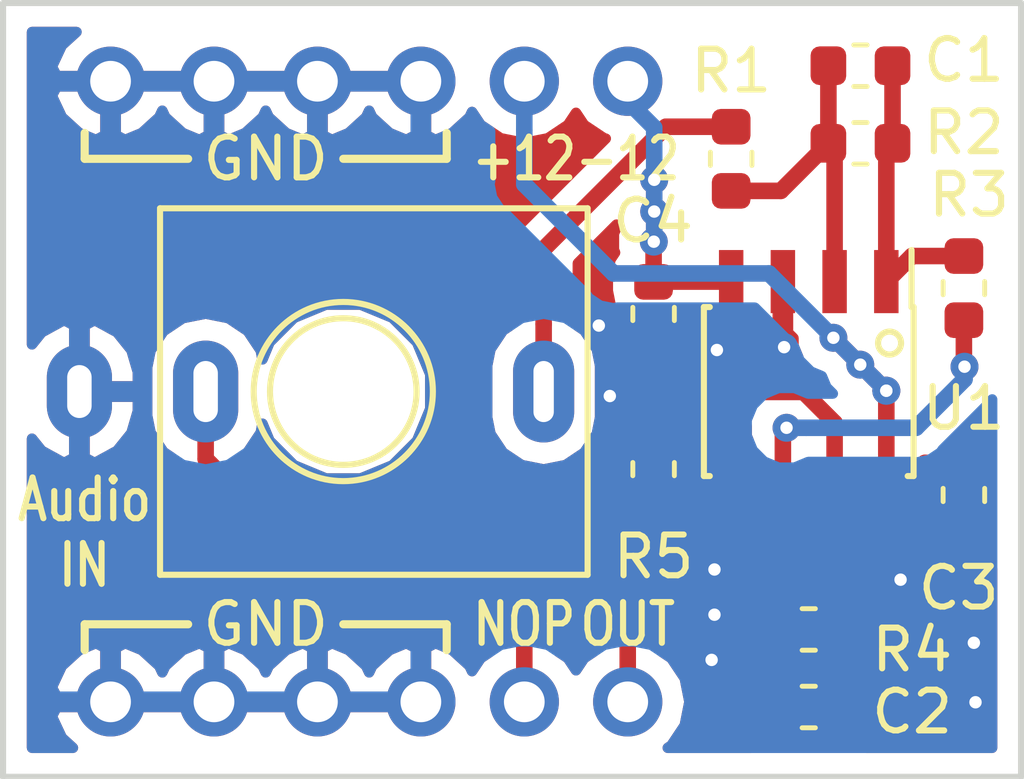
<source format=kicad_pcb>
(kicad_pcb (version 20171130) (host pcbnew "(5.0.0-3-g5ebb6b6)")

  (general
    (thickness 1.6)
    (drawings 20)
    (tracks 85)
    (zones 0)
    (modules 13)
    (nets 11)
  )

  (page A4)
  (layers
    (0 F.Cu signal)
    (31 B.Cu signal)
    (32 B.Adhes user)
    (33 F.Adhes user)
    (34 B.Paste user)
    (35 F.Paste user)
    (36 B.SilkS user)
    (37 F.SilkS user)
    (38 B.Mask user)
    (39 F.Mask user)
    (40 Dwgs.User user)
    (41 Cmts.User user)
    (42 Eco1.User user)
    (43 Eco2.User user)
    (44 Edge.Cuts user)
    (45 Margin user)
    (46 B.CrtYd user hide)
    (47 F.CrtYd user hide)
    (48 B.Fab user hide)
    (49 F.Fab user hide)
  )

  (setup
    (last_trace_width 0.4064)
    (user_trace_width 0.1524)
    (user_trace_width 0.254)
    (user_trace_width 0.4064)
    (user_trace_width 0.635)
    (trace_clearance 0.1524)
    (zone_clearance 0.508)
    (zone_45_only no)
    (trace_min 0.1524)
    (segment_width 0.2)
    (edge_width 0.15)
    (via_size 0.6858)
    (via_drill 0.3048)
    (via_min_size 0.6858)
    (via_min_drill 0.3048)
    (uvia_size 0.3048)
    (uvia_drill 0.1524)
    (uvias_allowed no)
    (uvia_min_size 0.2)
    (uvia_min_drill 0.1)
    (pcb_text_width 0.3)
    (pcb_text_size 1.5 1.5)
    (mod_edge_width 0.15)
    (mod_text_size 1 1)
    (mod_text_width 0.15)
    (pad_size 1.524 1.524)
    (pad_drill 0.762)
    (pad_to_mask_clearance 0.2)
    (aux_axis_origin 0 0)
    (visible_elements FFFFFF7F)
    (pcbplotparams
      (layerselection 0x010fc_ffffffff)
      (usegerberextensions false)
      (usegerberattributes false)
      (usegerberadvancedattributes false)
      (creategerberjobfile false)
      (excludeedgelayer true)
      (linewidth 0.100000)
      (plotframeref false)
      (viasonmask false)
      (mode 1)
      (useauxorigin false)
      (hpglpennumber 1)
      (hpglpenspeed 20)
      (hpglpendiameter 15.000000)
      (psnegative false)
      (psa4output false)
      (plotreference true)
      (plotvalue true)
      (plotinvisibletext false)
      (padsonsilk false)
      (subtractmaskfromsilk false)
      (outputformat 1)
      (mirror false)
      (drillshape 1)
      (scaleselection 1)
      (outputdirectory ""))
  )

  (net 0 "")
  (net 1 "Net-(C1-Pad1)")
  (net 2 GND)
  (net 3 "Net-(C2-Pad1)")
  (net 4 "Net-(J1-PadT)")
  (net 5 "Net-(C1-Pad2)")
  (net 6 "Net-(C2-Pad2)")
  (net 7 +12V)
  (net 8 -12V)
  (net 9 NOP)
  (net 10 OUT)

  (net_class Default "This is the default net class."
    (clearance 0.1524)
    (trace_width 0.1524)
    (via_dia 0.6858)
    (via_drill 0.3048)
    (uvia_dia 0.3048)
    (uvia_drill 0.1524)
    (diff_pair_gap 0.1524)
    (diff_pair_width 0.1524)
    (add_net +12V)
    (add_net -12V)
    (add_net GND)
    (add_net NOP)
    (add_net "Net-(C1-Pad1)")
    (add_net "Net-(C1-Pad2)")
    (add_net "Net-(C2-Pad1)")
    (add_net "Net-(C2-Pad2)")
    (add_net "Net-(J1-PadT)")
    (add_net OUT)
  )

  (module Connector_PinHeader_2.54mm:PinHeader_1x06_P2.54mm_Vertical (layer B.Cu) (tedit 5FC942ED) (tstamp 5FCA2D88)
    (at 116.34 73.16 90)
    (descr "Through hole straight pin header, 1x06, 2.54mm pitch, single row")
    (tags "Through hole pin header THT 1x06 2.54mm single row")
    (path /5FC933AD)
    (fp_text reference J2 (at 0 2.33 90) (layer B.SilkS) hide
      (effects (font (size 1 1) (thickness 0.15)) (justify mirror))
    )
    (fp_text value OUT (at 0 -15.03 90) (layer B.Fab)
      (effects (font (size 1 1) (thickness 0.15)) (justify mirror))
    )
    (fp_line (start -0.635 1.27) (end 1.27 1.27) (layer B.Fab) (width 0.1))
    (fp_line (start 1.27 1.27) (end 1.27 -13.97) (layer B.Fab) (width 0.1))
    (fp_line (start 1.27 -13.97) (end -1.27 -13.97) (layer B.Fab) (width 0.1))
    (fp_line (start -1.27 -13.97) (end -1.27 0.635) (layer B.Fab) (width 0.1))
    (fp_line (start -1.27 0.635) (end -0.635 1.27) (layer B.Fab) (width 0.1))
    (fp_line (start -1.8 1.8) (end -1.8 -14.5) (layer B.CrtYd) (width 0.05))
    (fp_line (start -1.8 -14.5) (end 1.8 -14.5) (layer B.CrtYd) (width 0.05))
    (fp_line (start 1.8 -14.5) (end 1.8 1.8) (layer B.CrtYd) (width 0.05))
    (fp_line (start 1.8 1.8) (end -1.8 1.8) (layer B.CrtYd) (width 0.05))
    (fp_text user %R (at 0 -6.35) (layer B.Fab)
      (effects (font (size 1 1) (thickness 0.15)) (justify mirror))
    )
    (pad 1 thru_hole oval (at 0 0 90) (size 1.7 1.7) (drill 1) (layers *.Cu *.Mask)
      (net 10 OUT))
    (pad 2 thru_hole oval (at 0 -2.54 90) (size 1.7 1.7) (drill 1) (layers *.Cu *.Mask)
      (net 9 NOP))
    (pad 3 thru_hole oval (at 0 -5.08 90) (size 1.7 1.7) (drill 1) (layers *.Cu *.Mask)
      (net 2 GND))
    (pad 4 thru_hole oval (at 0 -7.62 90) (size 1.7 1.7) (drill 1) (layers *.Cu *.Mask)
      (net 2 GND))
    (pad 5 thru_hole oval (at 0 -10.16 90) (size 1.7 1.7) (drill 1) (layers *.Cu *.Mask)
      (net 2 GND))
    (pad 6 thru_hole oval (at 0 -12.7 90) (size 1.7 1.7) (drill 1) (layers *.Cu *.Mask)
      (net 2 GND))
    (model ${KISYS3DMOD}/Connector_PinHeader_2.54mm.3dshapes/PinHeader_1x06_P2.54mm_Vertical.wrl
      (at (xyz 0 0 0))
      (scale (xyz 1 1 1))
      (rotate (xyz 0 0 0))
    )
  )

  (module Connector_PinHeader_2.54mm:PinHeader_1x06_P2.54mm_Vertical (layer B.Cu) (tedit 5FC942C9) (tstamp 5FCA2C6E)
    (at 103.64 57.92 270)
    (descr "Through hole straight pin header, 1x06, 2.54mm pitch, single row")
    (tags "Through hole pin header THT 1x06 2.54mm single row")
    (path /5FCA991E)
    (fp_text reference J3 (at 0 2.33 270) (layer B.SilkS) hide
      (effects (font (size 1 1) (thickness 0.15)) (justify mirror))
    )
    (fp_text value POWER (at 0 -15.03 270) (layer B.Fab)
      (effects (font (size 1 1) (thickness 0.15)) (justify mirror))
    )
    (fp_text user %R (at 0 -6.35 180) (layer B.Fab)
      (effects (font (size 1 1) (thickness 0.15)) (justify mirror))
    )
    (fp_line (start 1.8 1.8) (end -1.8 1.8) (layer B.CrtYd) (width 0.05))
    (fp_line (start 1.8 -14.5) (end 1.8 1.8) (layer B.CrtYd) (width 0.05))
    (fp_line (start -1.8 -14.5) (end 1.8 -14.5) (layer B.CrtYd) (width 0.05))
    (fp_line (start -1.8 1.8) (end -1.8 -14.5) (layer B.CrtYd) (width 0.05))
    (fp_line (start -1.27 0.635) (end -0.635 1.27) (layer B.Fab) (width 0.1))
    (fp_line (start -1.27 -13.97) (end -1.27 0.635) (layer B.Fab) (width 0.1))
    (fp_line (start 1.27 -13.97) (end -1.27 -13.97) (layer B.Fab) (width 0.1))
    (fp_line (start 1.27 1.27) (end 1.27 -13.97) (layer B.Fab) (width 0.1))
    (fp_line (start -0.635 1.27) (end 1.27 1.27) (layer B.Fab) (width 0.1))
    (pad 6 thru_hole oval (at 0 -12.7 270) (size 1.7 1.7) (drill 1) (layers *.Cu *.Mask)
      (net 8 -12V))
    (pad 5 thru_hole oval (at 0 -10.16 270) (size 1.7 1.7) (drill 1) (layers *.Cu *.Mask)
      (net 7 +12V))
    (pad 4 thru_hole oval (at 0 -7.62 270) (size 1.7 1.7) (drill 1) (layers *.Cu *.Mask)
      (net 2 GND))
    (pad 3 thru_hole oval (at 0 -5.08 270) (size 1.7 1.7) (drill 1) (layers *.Cu *.Mask)
      (net 2 GND))
    (pad 2 thru_hole oval (at 0 -2.54 270) (size 1.7 1.7) (drill 1) (layers *.Cu *.Mask)
      (net 2 GND))
    (pad 1 thru_hole oval (at 0 0 270) (size 1.7 1.7) (drill 1) (layers *.Cu *.Mask)
      (net 2 GND))
    (model ${KISYS3DMOD}/Connector_PinHeader_2.54mm.3dshapes/PinHeader_1x06_P2.54mm_Vertical.wrl
      (at (xyz 0 0 0))
      (scale (xyz 1 1 1))
      (rotate (xyz 0 0 0))
    )
  )

  (module Capacitor_SMD:C_0603_1608Metric (layer F.Cu) (tedit 5B301BBE) (tstamp 5FCA2467)
    (at 122.055 57.539 180)
    (descr "Capacitor SMD 0603 (1608 Metric), square (rectangular) end terminal, IPC_7351 nominal, (Body size source: http://www.tortai-tech.com/upload/download/2011102023233369053.pdf), generated with kicad-footprint-generator")
    (tags capacitor)
    (path /5FC94BD6)
    (attr smd)
    (fp_text reference C1 (at -2.54 0.135 180) (layer F.SilkS)
      (effects (font (size 1 1) (thickness 0.15)))
    )
    (fp_text value 47p (at 0 1.43 180) (layer F.Fab)
      (effects (font (size 1 1) (thickness 0.15)))
    )
    (fp_line (start -0.8 0.4) (end -0.8 -0.4) (layer F.Fab) (width 0.1))
    (fp_line (start -0.8 -0.4) (end 0.8 -0.4) (layer F.Fab) (width 0.1))
    (fp_line (start 0.8 -0.4) (end 0.8 0.4) (layer F.Fab) (width 0.1))
    (fp_line (start 0.8 0.4) (end -0.8 0.4) (layer F.Fab) (width 0.1))
    (fp_line (start -0.162779 -0.51) (end 0.162779 -0.51) (layer F.SilkS) (width 0.12))
    (fp_line (start -0.162779 0.51) (end 0.162779 0.51) (layer F.SilkS) (width 0.12))
    (fp_line (start -1.48 0.73) (end -1.48 -0.73) (layer F.CrtYd) (width 0.05))
    (fp_line (start -1.48 -0.73) (end 1.48 -0.73) (layer F.CrtYd) (width 0.05))
    (fp_line (start 1.48 -0.73) (end 1.48 0.73) (layer F.CrtYd) (width 0.05))
    (fp_line (start 1.48 0.73) (end -1.48 0.73) (layer F.CrtYd) (width 0.05))
    (fp_text user %R (at 0 0 180) (layer F.Fab)
      (effects (font (size 0.4 0.4) (thickness 0.06)))
    )
    (pad 1 smd roundrect (at -0.7875 0 180) (size 0.875 0.95) (layers F.Cu F.Paste F.Mask) (roundrect_rratio 0.25)
      (net 1 "Net-(C1-Pad1)"))
    (pad 2 smd roundrect (at 0.7875 0 180) (size 0.875 0.95) (layers F.Cu F.Paste F.Mask) (roundrect_rratio 0.25)
      (net 5 "Net-(C1-Pad2)"))
    (model ${KISYS3DMOD}/Capacitor_SMD.3dshapes/C_0603_1608Metric.wrl
      (at (xyz 0 0 0))
      (scale (xyz 1 1 1))
      (rotate (xyz 0 0 0))
    )
  )

  (module Capacitor_SMD:C_0603_1608Metric (layer F.Cu) (tedit 5B301BBE) (tstamp 5FCA2557)
    (at 120.785 73.287 180)
    (descr "Capacitor SMD 0603 (1608 Metric), square (rectangular) end terminal, IPC_7351 nominal, (Body size source: http://www.tortai-tech.com/upload/download/2011102023233369053.pdf), generated with kicad-footprint-generator")
    (tags capacitor)
    (path /5FC94DF7)
    (attr smd)
    (fp_text reference C2 (at -2.54 -0.119 180) (layer F.SilkS)
      (effects (font (size 1 1) (thickness 0.15)))
    )
    (fp_text value 560p (at 0 1.43 180) (layer F.Fab)
      (effects (font (size 1 1) (thickness 0.15)))
    )
    (fp_text user %R (at 0 0 180) (layer F.Fab)
      (effects (font (size 0.4 0.4) (thickness 0.06)))
    )
    (fp_line (start 1.48 0.73) (end -1.48 0.73) (layer F.CrtYd) (width 0.05))
    (fp_line (start 1.48 -0.73) (end 1.48 0.73) (layer F.CrtYd) (width 0.05))
    (fp_line (start -1.48 -0.73) (end 1.48 -0.73) (layer F.CrtYd) (width 0.05))
    (fp_line (start -1.48 0.73) (end -1.48 -0.73) (layer F.CrtYd) (width 0.05))
    (fp_line (start -0.162779 0.51) (end 0.162779 0.51) (layer F.SilkS) (width 0.12))
    (fp_line (start -0.162779 -0.51) (end 0.162779 -0.51) (layer F.SilkS) (width 0.12))
    (fp_line (start 0.8 0.4) (end -0.8 0.4) (layer F.Fab) (width 0.1))
    (fp_line (start 0.8 -0.4) (end 0.8 0.4) (layer F.Fab) (width 0.1))
    (fp_line (start -0.8 -0.4) (end 0.8 -0.4) (layer F.Fab) (width 0.1))
    (fp_line (start -0.8 0.4) (end -0.8 -0.4) (layer F.Fab) (width 0.1))
    (pad 2 smd roundrect (at 0.7875 0 180) (size 0.875 0.95) (layers F.Cu F.Paste F.Mask) (roundrect_rratio 0.25)
      (net 6 "Net-(C2-Pad2)"))
    (pad 1 smd roundrect (at -0.7875 0 180) (size 0.875 0.95) (layers F.Cu F.Paste F.Mask) (roundrect_rratio 0.25)
      (net 3 "Net-(C2-Pad1)"))
    (model ${KISYS3DMOD}/Capacitor_SMD.3dshapes/C_0603_1608Metric.wrl
      (at (xyz 0 0 0))
      (scale (xyz 1 1 1))
      (rotate (xyz 0 0 0))
    )
  )

  (module Capacitor_SMD:C_0603_1608Metric (layer F.Cu) (tedit 5B301BBE) (tstamp 5FCA2527)
    (at 124.595 68.08 270)
    (descr "Capacitor SMD 0603 (1608 Metric), square (rectangular) end terminal, IPC_7351 nominal, (Body size source: http://www.tortai-tech.com/upload/download/2011102023233369053.pdf), generated with kicad-footprint-generator")
    (tags capacitor)
    (path /5FC94671)
    (attr smd)
    (fp_text reference C3 (at 2.286 0.127) (layer F.SilkS)
      (effects (font (size 1 1) (thickness 0.15)))
    )
    (fp_text value 100n (at 0 1.43 270) (layer F.Fab)
      (effects (font (size 1 1) (thickness 0.15)))
    )
    (fp_line (start -0.8 0.4) (end -0.8 -0.4) (layer F.Fab) (width 0.1))
    (fp_line (start -0.8 -0.4) (end 0.8 -0.4) (layer F.Fab) (width 0.1))
    (fp_line (start 0.8 -0.4) (end 0.8 0.4) (layer F.Fab) (width 0.1))
    (fp_line (start 0.8 0.4) (end -0.8 0.4) (layer F.Fab) (width 0.1))
    (fp_line (start -0.162779 -0.51) (end 0.162779 -0.51) (layer F.SilkS) (width 0.12))
    (fp_line (start -0.162779 0.51) (end 0.162779 0.51) (layer F.SilkS) (width 0.12))
    (fp_line (start -1.48 0.73) (end -1.48 -0.73) (layer F.CrtYd) (width 0.05))
    (fp_line (start -1.48 -0.73) (end 1.48 -0.73) (layer F.CrtYd) (width 0.05))
    (fp_line (start 1.48 -0.73) (end 1.48 0.73) (layer F.CrtYd) (width 0.05))
    (fp_line (start 1.48 0.73) (end -1.48 0.73) (layer F.CrtYd) (width 0.05))
    (fp_text user %R (at 0 0 270) (layer F.Fab)
      (effects (font (size 0.4 0.4) (thickness 0.06)))
    )
    (pad 1 smd roundrect (at -0.7875 0 270) (size 0.875 0.95) (layers F.Cu F.Paste F.Mask) (roundrect_rratio 0.25)
      (net 7 +12V))
    (pad 2 smd roundrect (at 0.7875 0 270) (size 0.875 0.95) (layers F.Cu F.Paste F.Mask) (roundrect_rratio 0.25)
      (net 2 GND))
    (model ${KISYS3DMOD}/Capacitor_SMD.3dshapes/C_0603_1608Metric.wrl
      (at (xyz 0 0 0))
      (scale (xyz 1 1 1))
      (rotate (xyz 0 0 0))
    )
  )

  (module Capacitor_SMD:C_0603_1608Metric (layer F.Cu) (tedit 5B301BBE) (tstamp 5FCA24F7)
    (at 116.975 63.635 90)
    (descr "Capacitor SMD 0603 (1608 Metric), square (rectangular) end terminal, IPC_7351 nominal, (Body size source: http://www.tortai-tech.com/upload/download/2011102023233369053.pdf), generated with kicad-footprint-generator")
    (tags capacitor)
    (path /5FCA8BA7)
    (attr smd)
    (fp_text reference C4 (at 2.285 -0.015 180) (layer F.SilkS)
      (effects (font (size 1 1) (thickness 0.15)))
    )
    (fp_text value 100n (at 0 1.43 90) (layer F.Fab)
      (effects (font (size 1 1) (thickness 0.15)))
    )
    (fp_text user %R (at 0 0 90) (layer F.Fab)
      (effects (font (size 0.4 0.4) (thickness 0.06)))
    )
    (fp_line (start 1.48 0.73) (end -1.48 0.73) (layer F.CrtYd) (width 0.05))
    (fp_line (start 1.48 -0.73) (end 1.48 0.73) (layer F.CrtYd) (width 0.05))
    (fp_line (start -1.48 -0.73) (end 1.48 -0.73) (layer F.CrtYd) (width 0.05))
    (fp_line (start -1.48 0.73) (end -1.48 -0.73) (layer F.CrtYd) (width 0.05))
    (fp_line (start -0.162779 0.51) (end 0.162779 0.51) (layer F.SilkS) (width 0.12))
    (fp_line (start -0.162779 -0.51) (end 0.162779 -0.51) (layer F.SilkS) (width 0.12))
    (fp_line (start 0.8 0.4) (end -0.8 0.4) (layer F.Fab) (width 0.1))
    (fp_line (start 0.8 -0.4) (end 0.8 0.4) (layer F.Fab) (width 0.1))
    (fp_line (start -0.8 -0.4) (end 0.8 -0.4) (layer F.Fab) (width 0.1))
    (fp_line (start -0.8 0.4) (end -0.8 -0.4) (layer F.Fab) (width 0.1))
    (pad 2 smd roundrect (at 0.7875 0 90) (size 0.875 0.95) (layers F.Cu F.Paste F.Mask) (roundrect_rratio 0.25)
      (net 8 -12V))
    (pad 1 smd roundrect (at -0.7875 0 90) (size 0.875 0.95) (layers F.Cu F.Paste F.Mask) (roundrect_rratio 0.25)
      (net 2 GND))
    (model ${KISYS3DMOD}/Capacitor_SMD.3dshapes/C_0603_1608Metric.wrl
      (at (xyz 0 0 0))
      (scale (xyz 1 1 1))
      (rotate (xyz 0 0 0))
    )
  )

  (module Connector_Thonk:ThonkiconnJack (layer F.Cu) (tedit 5FC94102) (tstamp 5FCA18D8)
    (at 109.355 65.54 270)
    (path /5FC82E98)
    (fp_text reference J1 (at 0 -7.5 270) (layer F.SilkS) hide
      (effects (font (size 1 1) (thickness 0.15)))
    )
    (fp_text value IN (at 0 9.3 270) (layer F.Fab)
      (effects (font (size 1 1) (thickness 0.15)))
    )
    (fp_circle (center 0 0) (end 2.2 0) (layer F.SilkS) (width 0.15))
    (fp_line (start -4.5 4.5) (end 4.5 4.5) (layer F.SilkS) (width 0.15))
    (fp_line (start 4.5 -6) (end 4.5 4.5) (layer F.SilkS) (width 0.15))
    (fp_line (start -4.5 -6) (end -4.5 4.5) (layer F.SilkS) (width 0.15))
    (fp_line (start -4.5 -6) (end 4.5 -6) (layer F.SilkS) (width 0.15))
    (fp_circle (center 0 0) (end 1.8 0) (layer F.SilkS) (width 0.15))
    (pad S thru_hole oval (at 0 6.48 270) (size 2.3 1.6) (drill oval 1.3 0.6) (layers *.Cu *.Mask)
      (net 2 GND))
    (pad TN thru_hole oval (at 0 3.38 270) (size 2.5 1.6) (drill oval 1.5 0.6) (layers *.Cu *.Mask)
      (net 9 NOP))
    (pad T thru_hole oval (at 0 -4.92 270) (size 2.5 1.5) (drill oval 1.5 0.5) (layers *.Cu *.Mask)
      (net 4 "Net-(J1-PadT)"))
    (pad "" np_thru_hole circle (at 0 0 270) (size 3 3) (drill 3) (layers *.Cu *.Mask))
  )

  (module Resistor_SMD:R_0603_1608Metric (layer F.Cu) (tedit 5B301BBD) (tstamp 5FCA24C7)
    (at 118.88 59.825 90)
    (descr "Resistor SMD 0603 (1608 Metric), square (rectangular) end terminal, IPC_7351 nominal, (Body size source: http://www.tortai-tech.com/upload/download/2011102023233369053.pdf), generated with kicad-footprint-generator")
    (tags resistor)
    (path /5FC92D66)
    (attr smd)
    (fp_text reference R1 (at 2.159 0 180) (layer F.SilkS)
      (effects (font (size 1 1) (thickness 0.15)))
    )
    (fp_text value 100k (at 0 1.43 90) (layer F.Fab)
      (effects (font (size 1 1) (thickness 0.15)))
    )
    (fp_line (start -0.8 0.4) (end -0.8 -0.4) (layer F.Fab) (width 0.1))
    (fp_line (start -0.8 -0.4) (end 0.8 -0.4) (layer F.Fab) (width 0.1))
    (fp_line (start 0.8 -0.4) (end 0.8 0.4) (layer F.Fab) (width 0.1))
    (fp_line (start 0.8 0.4) (end -0.8 0.4) (layer F.Fab) (width 0.1))
    (fp_line (start -0.162779 -0.51) (end 0.162779 -0.51) (layer F.SilkS) (width 0.12))
    (fp_line (start -0.162779 0.51) (end 0.162779 0.51) (layer F.SilkS) (width 0.12))
    (fp_line (start -1.48 0.73) (end -1.48 -0.73) (layer F.CrtYd) (width 0.05))
    (fp_line (start -1.48 -0.73) (end 1.48 -0.73) (layer F.CrtYd) (width 0.05))
    (fp_line (start 1.48 -0.73) (end 1.48 0.73) (layer F.CrtYd) (width 0.05))
    (fp_line (start 1.48 0.73) (end -1.48 0.73) (layer F.CrtYd) (width 0.05))
    (fp_text user %R (at 0 0 90) (layer F.Fab)
      (effects (font (size 0.4 0.4) (thickness 0.06)))
    )
    (pad 1 smd roundrect (at -0.7875 0 90) (size 0.875 0.95) (layers F.Cu F.Paste F.Mask) (roundrect_rratio 0.25)
      (net 5 "Net-(C1-Pad2)"))
    (pad 2 smd roundrect (at 0.7875 0 90) (size 0.875 0.95) (layers F.Cu F.Paste F.Mask) (roundrect_rratio 0.25)
      (net 4 "Net-(J1-PadT)"))
    (model ${KISYS3DMOD}/Resistor_SMD.3dshapes/R_0603_1608Metric.wrl
      (at (xyz 0 0 0))
      (scale (xyz 1 1 1))
      (rotate (xyz 0 0 0))
    )
  )

  (module Resistor_SMD:R_0603_1608Metric (layer F.Cu) (tedit 5B301BBD) (tstamp 5FCA2497)
    (at 122.055 59.444 180)
    (descr "Resistor SMD 0603 (1608 Metric), square (rectangular) end terminal, IPC_7351 nominal, (Body size source: http://www.tortai-tech.com/upload/download/2011102023233369053.pdf), generated with kicad-footprint-generator")
    (tags resistor)
    (path /5FCA6E46)
    (attr smd)
    (fp_text reference R2 (at -2.54 0.262 180) (layer F.SilkS)
      (effects (font (size 1 1) (thickness 0.15)))
    )
    (fp_text value 100k (at 0 1.43 180) (layer F.Fab)
      (effects (font (size 1 1) (thickness 0.15)))
    )
    (fp_text user %R (at 0 0 180) (layer F.Fab)
      (effects (font (size 0.4 0.4) (thickness 0.06)))
    )
    (fp_line (start 1.48 0.73) (end -1.48 0.73) (layer F.CrtYd) (width 0.05))
    (fp_line (start 1.48 -0.73) (end 1.48 0.73) (layer F.CrtYd) (width 0.05))
    (fp_line (start -1.48 -0.73) (end 1.48 -0.73) (layer F.CrtYd) (width 0.05))
    (fp_line (start -1.48 0.73) (end -1.48 -0.73) (layer F.CrtYd) (width 0.05))
    (fp_line (start -0.162779 0.51) (end 0.162779 0.51) (layer F.SilkS) (width 0.12))
    (fp_line (start -0.162779 -0.51) (end 0.162779 -0.51) (layer F.SilkS) (width 0.12))
    (fp_line (start 0.8 0.4) (end -0.8 0.4) (layer F.Fab) (width 0.1))
    (fp_line (start 0.8 -0.4) (end 0.8 0.4) (layer F.Fab) (width 0.1))
    (fp_line (start -0.8 -0.4) (end 0.8 -0.4) (layer F.Fab) (width 0.1))
    (fp_line (start -0.8 0.4) (end -0.8 -0.4) (layer F.Fab) (width 0.1))
    (pad 2 smd roundrect (at 0.7875 0 180) (size 0.875 0.95) (layers F.Cu F.Paste F.Mask) (roundrect_rratio 0.25)
      (net 5 "Net-(C1-Pad2)"))
    (pad 1 smd roundrect (at -0.7875 0 180) (size 0.875 0.95) (layers F.Cu F.Paste F.Mask) (roundrect_rratio 0.25)
      (net 1 "Net-(C1-Pad1)"))
    (model ${KISYS3DMOD}/Resistor_SMD.3dshapes/R_0603_1608Metric.wrl
      (at (xyz 0 0 0))
      (scale (xyz 1 1 1))
      (rotate (xyz 0 0 0))
    )
  )

  (module Resistor_SMD:R_0603_1608Metric (layer F.Cu) (tedit 5B301BBD) (tstamp 5FCA2587)
    (at 124.595 63 90)
    (descr "Resistor SMD 0603 (1608 Metric), square (rectangular) end terminal, IPC_7351 nominal, (Body size source: http://www.tortai-tech.com/upload/download/2011102023233369053.pdf), generated with kicad-footprint-generator")
    (tags resistor)
    (path /5FCA85EE)
    (attr smd)
    (fp_text reference R3 (at 2.286 0.127 180) (layer F.SilkS)
      (effects (font (size 1 1) (thickness 0.15)))
    )
    (fp_text value 100k (at 0 1.43 90) (layer F.Fab)
      (effects (font (size 1 1) (thickness 0.15)))
    )
    (fp_line (start -0.8 0.4) (end -0.8 -0.4) (layer F.Fab) (width 0.1))
    (fp_line (start -0.8 -0.4) (end 0.8 -0.4) (layer F.Fab) (width 0.1))
    (fp_line (start 0.8 -0.4) (end 0.8 0.4) (layer F.Fab) (width 0.1))
    (fp_line (start 0.8 0.4) (end -0.8 0.4) (layer F.Fab) (width 0.1))
    (fp_line (start -0.162779 -0.51) (end 0.162779 -0.51) (layer F.SilkS) (width 0.12))
    (fp_line (start -0.162779 0.51) (end 0.162779 0.51) (layer F.SilkS) (width 0.12))
    (fp_line (start -1.48 0.73) (end -1.48 -0.73) (layer F.CrtYd) (width 0.05))
    (fp_line (start -1.48 -0.73) (end 1.48 -0.73) (layer F.CrtYd) (width 0.05))
    (fp_line (start 1.48 -0.73) (end 1.48 0.73) (layer F.CrtYd) (width 0.05))
    (fp_line (start 1.48 0.73) (end -1.48 0.73) (layer F.CrtYd) (width 0.05))
    (fp_text user %R (at 0 0 90) (layer F.Fab)
      (effects (font (size 0.4 0.4) (thickness 0.06)))
    )
    (pad 1 smd roundrect (at -0.7875 0 90) (size 0.875 0.95) (layers F.Cu F.Paste F.Mask) (roundrect_rratio 0.25)
      (net 6 "Net-(C2-Pad2)"))
    (pad 2 smd roundrect (at 0.7875 0 90) (size 0.875 0.95) (layers F.Cu F.Paste F.Mask) (roundrect_rratio 0.25)
      (net 1 "Net-(C1-Pad1)"))
    (model ${KISYS3DMOD}/Resistor_SMD.3dshapes/R_0603_1608Metric.wrl
      (at (xyz 0 0 0))
      (scale (xyz 1 1 1))
      (rotate (xyz 0 0 0))
    )
  )

  (module Resistor_SMD:R_0603_1608Metric (layer F.Cu) (tedit 5B301BBD) (tstamp 5FCA263B)
    (at 120.785 71.382 180)
    (descr "Resistor SMD 0603 (1608 Metric), square (rectangular) end terminal, IPC_7351 nominal, (Body size source: http://www.tortai-tech.com/upload/download/2011102023233369053.pdf), generated with kicad-footprint-generator")
    (tags resistor)
    (path /5FC9316D)
    (attr smd)
    (fp_text reference R4 (at -2.54 -0.5 180) (layer F.SilkS)
      (effects (font (size 1 1) (thickness 0.15)))
    )
    (fp_text value 10k (at 0 1.43 180) (layer F.Fab)
      (effects (font (size 1 1) (thickness 0.15)))
    )
    (fp_text user %R (at 0 0 180) (layer F.Fab)
      (effects (font (size 0.4 0.4) (thickness 0.06)))
    )
    (fp_line (start 1.48 0.73) (end -1.48 0.73) (layer F.CrtYd) (width 0.05))
    (fp_line (start 1.48 -0.73) (end 1.48 0.73) (layer F.CrtYd) (width 0.05))
    (fp_line (start -1.48 -0.73) (end 1.48 -0.73) (layer F.CrtYd) (width 0.05))
    (fp_line (start -1.48 0.73) (end -1.48 -0.73) (layer F.CrtYd) (width 0.05))
    (fp_line (start -0.162779 0.51) (end 0.162779 0.51) (layer F.SilkS) (width 0.12))
    (fp_line (start -0.162779 -0.51) (end 0.162779 -0.51) (layer F.SilkS) (width 0.12))
    (fp_line (start 0.8 0.4) (end -0.8 0.4) (layer F.Fab) (width 0.1))
    (fp_line (start 0.8 -0.4) (end 0.8 0.4) (layer F.Fab) (width 0.1))
    (fp_line (start -0.8 -0.4) (end 0.8 -0.4) (layer F.Fab) (width 0.1))
    (fp_line (start -0.8 0.4) (end -0.8 -0.4) (layer F.Fab) (width 0.1))
    (pad 2 smd roundrect (at 0.7875 0 180) (size 0.875 0.95) (layers F.Cu F.Paste F.Mask) (roundrect_rratio 0.25)
      (net 6 "Net-(C2-Pad2)"))
    (pad 1 smd roundrect (at -0.7875 0 180) (size 0.875 0.95) (layers F.Cu F.Paste F.Mask) (roundrect_rratio 0.25)
      (net 3 "Net-(C2-Pad1)"))
    (model ${KISYS3DMOD}/Resistor_SMD.3dshapes/R_0603_1608Metric.wrl
      (at (xyz 0 0 0))
      (scale (xyz 1 1 1))
      (rotate (xyz 0 0 0))
    )
  )

  (module Resistor_SMD:R_0603_1608Metric (layer F.Cu) (tedit 5B301BBD) (tstamp 5FC96AFD)
    (at 116.975 67.445 90)
    (descr "Resistor SMD 0603 (1608 Metric), square (rectangular) end terminal, IPC_7351 nominal, (Body size source: http://www.tortai-tech.com/upload/download/2011102023233369053.pdf), generated with kicad-footprint-generator")
    (tags resistor)
    (path /5FC9323B)
    (attr smd)
    (fp_text reference R5 (at -2.151 0 -180) (layer F.SilkS)
      (effects (font (size 1 1) (thickness 0.15)))
    )
    (fp_text value 1k (at 0 1.43 90) (layer F.Fab)
      (effects (font (size 1 1) (thickness 0.15)))
    )
    (fp_line (start -0.8 0.4) (end -0.8 -0.4) (layer F.Fab) (width 0.1))
    (fp_line (start -0.8 -0.4) (end 0.8 -0.4) (layer F.Fab) (width 0.1))
    (fp_line (start 0.8 -0.4) (end 0.8 0.4) (layer F.Fab) (width 0.1))
    (fp_line (start 0.8 0.4) (end -0.8 0.4) (layer F.Fab) (width 0.1))
    (fp_line (start -0.162779 -0.51) (end 0.162779 -0.51) (layer F.SilkS) (width 0.12))
    (fp_line (start -0.162779 0.51) (end 0.162779 0.51) (layer F.SilkS) (width 0.12))
    (fp_line (start -1.48 0.73) (end -1.48 -0.73) (layer F.CrtYd) (width 0.05))
    (fp_line (start -1.48 -0.73) (end 1.48 -0.73) (layer F.CrtYd) (width 0.05))
    (fp_line (start 1.48 -0.73) (end 1.48 0.73) (layer F.CrtYd) (width 0.05))
    (fp_line (start 1.48 0.73) (end -1.48 0.73) (layer F.CrtYd) (width 0.05))
    (fp_text user %R (at 0 0 90) (layer F.Fab)
      (effects (font (size 0.4 0.4) (thickness 0.06)))
    )
    (pad 1 smd roundrect (at -0.7875 0 90) (size 0.875 0.95) (layers F.Cu F.Paste F.Mask) (roundrect_rratio 0.25)
      (net 10 OUT))
    (pad 2 smd roundrect (at 0.7875 0 90) (size 0.875 0.95) (layers F.Cu F.Paste F.Mask) (roundrect_rratio 0.25)
      (net 3 "Net-(C2-Pad1)"))
    (model ${KISYS3DMOD}/Resistor_SMD.3dshapes/R_0603_1608Metric.wrl
      (at (xyz 0 0 0))
      (scale (xyz 1 1 1))
      (rotate (xyz 0 0 0))
    )
  )

  (module Package_SO:SOIC-8_3.9x4.9mm_P1.27mm (layer F.Cu) (tedit 5A02F2D3) (tstamp 5FCA25C3)
    (at 120.785 65.54 270)
    (descr "8-Lead Plastic Small Outline (SN) - Narrow, 3.90 mm Body [SOIC] (see Microchip Packaging Specification 00000049BS.pdf)")
    (tags "SOIC 1.27")
    (path /5FC92B57)
    (attr smd)
    (fp_text reference U1 (at 0.41 -3.805) (layer F.SilkS)
      (effects (font (size 1 1) (thickness 0.15)))
    )
    (fp_text value TL072 (at 0 3.5 270) (layer F.Fab)
      (effects (font (size 1 1) (thickness 0.15)))
    )
    (fp_text user %R (at 0 0 270) (layer F.Fab)
      (effects (font (size 1 1) (thickness 0.15)))
    )
    (fp_line (start -0.95 -2.45) (end 1.95 -2.45) (layer F.Fab) (width 0.1))
    (fp_line (start 1.95 -2.45) (end 1.95 2.45) (layer F.Fab) (width 0.1))
    (fp_line (start 1.95 2.45) (end -1.95 2.45) (layer F.Fab) (width 0.1))
    (fp_line (start -1.95 2.45) (end -1.95 -1.45) (layer F.Fab) (width 0.1))
    (fp_line (start -1.95 -1.45) (end -0.95 -2.45) (layer F.Fab) (width 0.1))
    (fp_line (start -3.73 -2.7) (end -3.73 2.7) (layer F.CrtYd) (width 0.05))
    (fp_line (start 3.73 -2.7) (end 3.73 2.7) (layer F.CrtYd) (width 0.05))
    (fp_line (start -3.73 -2.7) (end 3.73 -2.7) (layer F.CrtYd) (width 0.05))
    (fp_line (start -3.73 2.7) (end 3.73 2.7) (layer F.CrtYd) (width 0.05))
    (fp_line (start -2.075 -2.575) (end -2.075 -2.525) (layer F.SilkS) (width 0.15))
    (fp_line (start 2.075 -2.575) (end 2.075 -2.43) (layer F.SilkS) (width 0.15))
    (fp_line (start 2.075 2.575) (end 2.075 2.43) (layer F.SilkS) (width 0.15))
    (fp_line (start -2.075 2.575) (end -2.075 2.43) (layer F.SilkS) (width 0.15))
    (fp_line (start -2.075 -2.575) (end 2.075 -2.575) (layer F.SilkS) (width 0.15))
    (fp_line (start -2.075 2.575) (end 2.075 2.575) (layer F.SilkS) (width 0.15))
    (fp_line (start -2.075 -2.525) (end -3.475 -2.525) (layer F.SilkS) (width 0.15))
    (pad 1 smd rect (at -2.7 -1.905 270) (size 1.55 0.6) (layers F.Cu F.Paste F.Mask)
      (net 1 "Net-(C1-Pad1)"))
    (pad 2 smd rect (at -2.7 -0.635 270) (size 1.55 0.6) (layers F.Cu F.Paste F.Mask)
      (net 5 "Net-(C1-Pad2)"))
    (pad 3 smd rect (at -2.7 0.635 270) (size 1.55 0.6) (layers F.Cu F.Paste F.Mask)
      (net 2 GND))
    (pad 4 smd rect (at -2.7 1.905 270) (size 1.55 0.6) (layers F.Cu F.Paste F.Mask)
      (net 8 -12V))
    (pad 5 smd rect (at 2.7 1.905 270) (size 1.55 0.6) (layers F.Cu F.Paste F.Mask)
      (net 2 GND))
    (pad 6 smd rect (at 2.7 0.635 270) (size 1.55 0.6) (layers F.Cu F.Paste F.Mask)
      (net 6 "Net-(C2-Pad2)"))
    (pad 7 smd rect (at 2.7 -0.635 270) (size 1.55 0.6) (layers F.Cu F.Paste F.Mask)
      (net 3 "Net-(C2-Pad1)"))
    (pad 8 smd rect (at 2.7 -1.905 270) (size 1.55 0.6) (layers F.Cu F.Paste F.Mask)
      (net 7 +12V))
    (model ${KISYS3DMOD}/Package_SO.3dshapes/SOIC-8_3.9x4.9mm_P1.27mm.wrl
      (at (xyz 0 0 0))
      (scale (xyz 1 1 1))
      (rotate (xyz 0 0 0))
    )
  )

  (gr_text NOP (at 113.8 71.255) (layer F.SilkS) (tstamp 5FE0C7D5)
    (effects (font (size 1 0.8) (thickness 0.15)))
  )
  (gr_circle (center 122.77 64.35) (end 123.052843 64.35) (layer F.SilkS) (width 0.15))
  (gr_text "Audio\nIN" (at 103 69) (layer F.SilkS) (tstamp 5FC9695F)
    (effects (font (size 1 0.8) (thickness 0.15)))
  )
  (gr_line (start 101 56) (end 101 75) (layer Edge.Cuts) (width 0.15))
  (gr_line (start 126 56) (end 101 56) (layer Edge.Cuts) (width 0.15))
  (gr_line (start 126 75) (end 126 56) (layer Edge.Cuts) (width 0.15))
  (gr_line (start 101 75) (end 126 75) (layer Edge.Cuts) (width 0.15))
  (gr_text OUT (at 116.34 71.255) (layer F.SilkS) (tstamp 5FCA3192)
    (effects (font (size 1 0.8) (thickness 0.15)))
  )
  (gr_line (start 111.895 71.255) (end 111.895 71.89) (layer F.SilkS) (width 0.2))
  (gr_line (start 109.355 71.255) (end 111.895 71.255) (layer F.SilkS) (width 0.2))
  (gr_line (start 103.005 71.255) (end 105.545 71.255) (layer F.SilkS) (width 0.2))
  (gr_line (start 103.005 71.89) (end 103.005 71.255) (layer F.SilkS) (width 0.2))
  (gr_text GND (at 107.45 71.255) (layer F.SilkS) (tstamp 5FCA3176)
    (effects (font (size 1 1) (thickness 0.15)))
  )
  (gr_line (start 111.895 59.825) (end 111.895 59.19) (layer F.SilkS) (width 0.2))
  (gr_line (start 109.355 59.825) (end 111.895 59.825) (layer F.SilkS) (width 0.2))
  (gr_line (start 103.005 59.825) (end 105.545 59.825) (layer F.SilkS) (width 0.2))
  (gr_line (start 103.005 59.19) (end 103.005 59.825) (layer F.SilkS) (width 0.2))
  (gr_text GND (at 107.45 59.825) (layer F.SilkS) (tstamp 5FCA316C)
    (effects (font (size 1 1) (thickness 0.15)))
  )
  (gr_text -12 (at 116.34 59.825) (layer F.SilkS) (tstamp 5FCA3144)
    (effects (font (size 1 0.8) (thickness 0.15)))
  )
  (gr_text +12 (at 113.8 59.825) (layer F.SilkS)
    (effects (font (size 1 0.8) (thickness 0.15)))
  )

  (segment (start 122.8425 57.539) (end 122.8425 59.444) (width 0.4064) (layer F.Cu) (net 1))
  (segment (start 123.3175 62.2125) (end 122.69 62.84) (width 0.4064) (layer F.Cu) (net 1))
  (segment (start 124.595 62.2125) (end 123.3175 62.2125) (width 0.4064) (layer F.Cu) (net 1))
  (segment (start 122.69 59.5965) (end 122.8425 59.444) (width 0.4064) (layer F.Cu) (net 1))
  (segment (start 122.69 62.84) (end 122.69 59.5965) (width 0.4064) (layer F.Cu) (net 1))
  (via (at 118.4 72.13) (size 0.6858) (drill 0.3048) (layers F.Cu B.Cu) (net 2))
  (via (at 115.9 65.65) (size 0.6858) (drill 0.3048) (layers F.Cu B.Cu) (net 2))
  (via (at 118.47 69.91) (size 0.6858) (drill 0.3048) (layers F.Cu B.Cu) (net 2))
  (via (at 118.47 71.02) (size 0.6858) (drill 0.3048) (layers F.Cu B.Cu) (net 2))
  (via (at 123.04 70.16) (size 0.6858) (drill 0.3048) (layers F.Cu B.Cu) (net 2))
  (via (at 124.84 71.71) (size 0.6858) (drill 0.3048) (layers F.Cu B.Cu) (net 2))
  (via (at 124.88 73.17) (size 0.6858) (drill 0.3048) (layers F.Cu B.Cu) (net 2))
  (via (at 115.63 63.92) (size 0.6858) (drill 0.3048) (layers F.Cu B.Cu) (net 2))
  (via (at 118.53 64.52) (size 0.6858) (drill 0.3048) (layers F.Cu B.Cu) (net 2))
  (via (at 120.18 64.45) (size 0.6858) (drill 0.3048) (layers F.Cu B.Cu) (net 2))
  (segment (start 121.5725 71.382) (end 121.5725 73.287) (width 0.4064) (layer F.Cu) (net 3))
  (segment (start 118.0825 65.55) (end 117.436612 66.195888) (width 0.4064) (layer F.Cu) (net 3))
  (segment (start 117.436612 66.195888) (end 116.975 66.6575) (width 0.4064) (layer F.Cu) (net 3))
  (segment (start 120.66 65.55) (end 118.0825 65.55) (width 0.4064) (layer F.Cu) (net 3))
  (segment (start 121.42 66.31) (end 120.66 65.55) (width 0.4064) (layer F.Cu) (net 3))
  (segment (start 121.42 68.24) (end 121.42 66.31) (width 0.4064) (layer F.Cu) (net 3))
  (segment (start 121.42 71.2295) (end 121.5725 71.382) (width 0.4064) (layer F.Cu) (net 3))
  (segment (start 121.42 68.24) (end 121.42 71.2295) (width 0.4064) (layer F.Cu) (net 3))
  (segment (start 114.275 63.8836) (end 114.275 65.54) (width 0.4064) (layer F.Cu) (net 4))
  (segment (start 118.88 59.0375) (end 117.278716 59.0375) (width 0.4064) (layer F.Cu) (net 4))
  (segment (start 114.275 62.041216) (end 114.275 63.8836) (width 0.4064) (layer F.Cu) (net 4))
  (segment (start 117.278716 59.0375) (end 114.275 62.041216) (width 0.4064) (layer F.Cu) (net 4))
  (segment (start 121.2675 57.539) (end 121.2675 59.444) (width 0.4064) (layer F.Cu) (net 5))
  (segment (start 120.099 60.6125) (end 121.2675 59.444) (width 0.4064) (layer F.Cu) (net 5))
  (segment (start 118.88 60.6125) (end 120.099 60.6125) (width 0.4064) (layer F.Cu) (net 5))
  (segment (start 121.42 59.5965) (end 121.2675 59.444) (width 0.4064) (layer F.Cu) (net 5))
  (segment (start 121.42 62.84) (end 121.42 59.5965) (width 0.4064) (layer F.Cu) (net 5))
  (segment (start 119.9975 71.382) (end 119.9975 73.287) (width 0.4064) (layer F.Cu) (net 6))
  (via (at 124.61 64.93) (size 0.6858) (drill 0.3048) (layers F.Cu B.Cu) (net 6))
  (segment (start 124.595 64.915) (end 124.61 64.93) (width 0.4064) (layer F.Cu) (net 6))
  (segment (start 124.595 63.7875) (end 124.595 64.915) (width 0.4064) (layer F.Cu) (net 6))
  (segment (start 120.15 68.24) (end 120.15 66.52) (width 0.4064) (layer F.Cu) (net 6))
  (segment (start 120.15 66.52) (end 120.24 66.43) (width 0.4064) (layer F.Cu) (net 6))
  (via (at 120.24 66.43) (size 0.6858) (drill 0.3048) (layers F.Cu B.Cu) (net 6))
  (segment (start 120.15 71.2295) (end 119.9975 71.382) (width 0.4064) (layer F.Cu) (net 6))
  (segment (start 120.15 68.24) (end 120.15 71.2295) (width 0.4064) (layer F.Cu) (net 6))
  (segment (start 120.724933 66.43) (end 120.24 66.43) (width 0.4064) (layer B.Cu) (net 6))
  (segment (start 123.42 66.43) (end 120.724933 66.43) (width 0.4064) (layer B.Cu) (net 6))
  (segment (start 124.61 65.24) (end 123.42 66.43) (width 0.4064) (layer B.Cu) (net 6))
  (segment (start 124.61 64.93) (end 124.61 65.24) (width 0.4064) (layer B.Cu) (net 6))
  (segment (start 123.6375 67.2925) (end 122.69 68.24) (width 0.4064) (layer F.Cu) (net 7))
  (segment (start 124.595 67.2925) (end 123.6375 67.2925) (width 0.4064) (layer F.Cu) (net 7))
  (via (at 121.39 64.22) (size 0.6858) (drill 0.3048) (layers F.Cu B.Cu) (net 7))
  (via (at 122.05 64.88) (size 0.6858) (drill 0.3048) (layers F.Cu B.Cu) (net 7))
  (segment (start 121.39 64.22) (end 122.09 64.92) (width 0.4064) (layer B.Cu) (net 7))
  (segment (start 122.392899 65.222899) (end 122.05 64.88) (width 0.4064) (layer F.Cu) (net 7))
  (segment (start 122.69 68.24) (end 122.69 65.52) (width 0.4064) (layer F.Cu) (net 7))
  (segment (start 122.69 65.52) (end 122.392899 65.222899) (width 0.4064) (layer B.Cu) (net 7))
  (segment (start 122.69 65.52) (end 122.392899 65.222899) (width 0.4064) (layer F.Cu) (net 7))
  (segment (start 122.392899 65.222899) (end 122.05 64.88) (width 0.4064) (layer B.Cu) (net 7))
  (via (at 122.69 65.52) (size 0.6858) (drill 0.3048) (layers F.Cu B.Cu) (net 7) (tstamp 5FCA2F63))
  (via (at 122.69 65.52) (size 0.6858) (drill 0.3048) (layers F.Cu B.Cu) (net 7))
  (segment (start 122.05 64.88) (end 121.39 64.22) (width 0.4064) (layer F.Cu) (net 7))
  (segment (start 113.8 59.122081) (end 113.8 57.92) (width 0.4064) (layer B.Cu) (net 7))
  (segment (start 113.8 60.45) (end 113.8 59.122081) (width 0.4064) (layer B.Cu) (net 7))
  (segment (start 115.99 62.64) (end 113.8 60.45) (width 0.4064) (layer B.Cu) (net 7))
  (segment (start 119.81 62.64) (end 115.99 62.64) (width 0.4064) (layer B.Cu) (net 7))
  (segment (start 121.39 64.22) (end 119.81 62.64) (width 0.4064) (layer B.Cu) (net 7))
  (segment (start 116.9825 62.84) (end 116.975 62.8475) (width 0.4064) (layer F.Cu) (net 8))
  (segment (start 118.88 62.84) (end 116.9825 62.84) (width 0.4064) (layer F.Cu) (net 8))
  (via (at 116.99 60.34) (size 0.6858) (drill 0.3048) (layers F.Cu B.Cu) (net 8))
  (via (at 116.99 61.12) (size 0.6858) (drill 0.3048) (layers F.Cu B.Cu) (net 8))
  (segment (start 116.99 60.34) (end 116.99 61.12) (width 0.4064) (layer F.Cu) (net 8))
  (via (at 116.98 61.86) (size 0.6858) (drill 0.3048) (layers F.Cu B.Cu) (net 8))
  (segment (start 116.975 62.8475) (end 116.975 61.865) (width 0.4064) (layer F.Cu) (net 8))
  (segment (start 116.99 60.34) (end 116.99 61.85) (width 0.4064) (layer B.Cu) (net 8))
  (segment (start 116.99 61.85) (end 116.98 61.86) (width 0.4064) (layer B.Cu) (net 8))
  (segment (start 116.975 61.865) (end 116.98 61.86) (width 0.4064) (layer F.Cu) (net 8))
  (segment (start 116.99 61.12) (end 116.99 61.85) (width 0.4064) (layer F.Cu) (net 8))
  (segment (start 116.99 61.85) (end 116.98 61.86) (width 0.4064) (layer F.Cu) (net 8))
  (segment (start 116.34 58.41) (end 116.99 59.06) (width 0.4064) (layer B.Cu) (net 8))
  (segment (start 116.99 59.06) (end 116.99 60.34) (width 0.4064) (layer B.Cu) (net 8))
  (segment (start 116.34 57.92) (end 116.34 58.41) (width 0.4064) (layer B.Cu) (net 8))
  (segment (start 107.3286 68.55) (end 110.72 68.55) (width 0.4064) (layer F.Cu) (net 9) (status 1000000))
  (segment (start 105.975 65.54) (end 105.975 67.1964) (width 0.4064) (layer F.Cu) (net 9) (status 1000000))
  (segment (start 113.8 71.63) (end 113.8 73.16) (width 0.4064) (layer F.Cu) (net 9) (status 1000000))
  (segment (start 105.975 67.1964) (end 107.3286 68.55) (width 0.4064) (layer F.Cu) (net 9) (status 1000000))
  (segment (start 110.72 68.55) (end 113.8 71.63) (width 0.4064) (layer F.Cu) (net 9) (status 1000000))
  (segment (start 116.34 68.8675) (end 116.975 68.2325) (width 0.4064) (layer F.Cu) (net 10))
  (segment (start 116.34 73.16) (end 116.34 68.8675) (width 0.4064) (layer F.Cu) (net 10))

  (zone (net 2) (net_name GND) (layer F.Cu) (tstamp 0) (hatch edge 0.508)
    (connect_pads (clearance 0.508))
    (min_thickness 0.254)
    (fill yes (arc_segments 16) (thermal_gap 0.508) (thermal_bridge_width 0.508))
    (polygon
      (pts
        (xy 101 56) (xy 101 75) (xy 126 75) (xy 126 56)
      )
    )
    (filled_polygon
      (pts
        (xy 124.722 68.7405) (xy 124.742 68.7405) (xy 124.742 68.9945) (xy 124.722 68.9945) (xy 124.722 69.78125)
        (xy 124.88075 69.94) (xy 125.19631 69.94) (xy 125.29 69.901192) (xy 125.29 74.29) (xy 122.202803 74.29)
        (xy 122.403739 74.155739) (xy 122.591505 73.874727) (xy 122.65744 73.54325) (xy 122.65744 73.03075) (xy 122.591505 72.699273)
        (xy 122.4107 72.428679) (xy 122.4107 72.240321) (xy 122.591505 71.969727) (xy 122.65744 71.63825) (xy 122.65744 71.12575)
        (xy 122.591505 70.794273) (xy 122.403739 70.513261) (xy 122.2582 70.416015) (xy 122.2582 69.636224) (xy 122.39 69.66244)
        (xy 122.99 69.66244) (xy 123.237765 69.613157) (xy 123.447809 69.472809) (xy 123.485 69.417149) (xy 123.485 69.431309)
        (xy 123.581673 69.664698) (xy 123.760301 69.843327) (xy 123.99369 69.94) (xy 124.30925 69.94) (xy 124.468 69.78125)
        (xy 124.468 68.9945) (xy 124.448 68.9945) (xy 124.448 68.7405) (xy 124.468 68.7405) (xy 124.468 68.7205)
        (xy 124.722 68.7205)
      )
    )
    (filled_polygon
      (pts
        (xy 119.2621 66.624516) (xy 119.311801 66.744504) (xy 119.311801 66.832274) (xy 119.30631 66.83) (xy 119.16575 66.83)
        (xy 119.007 66.98875) (xy 119.007 68.113) (xy 119.027 68.113) (xy 119.027 68.367) (xy 119.007 68.367)
        (xy 119.007 69.49125) (xy 119.16575 69.65) (xy 119.30631 69.65) (xy 119.3118 69.647726) (xy 119.311801 70.416015)
        (xy 119.166261 70.513261) (xy 118.978495 70.794273) (xy 118.91256 71.12575) (xy 118.91256 71.63825) (xy 118.978495 71.969727)
        (xy 119.1593 72.240322) (xy 119.159301 72.428678) (xy 118.978495 72.699273) (xy 118.91256 73.03075) (xy 118.91256 73.54325)
        (xy 118.978495 73.874727) (xy 119.166261 74.155739) (xy 119.367197 74.29) (xy 117.321764 74.29) (xy 117.410625 74.230625)
        (xy 117.738839 73.739418) (xy 117.854092 73.16) (xy 117.738839 72.580582) (xy 117.410625 72.089375) (xy 117.1782 71.934074)
        (xy 117.1782 69.31744) (xy 117.23125 69.31744) (xy 117.562727 69.251505) (xy 117.843739 69.063739) (xy 117.945 68.912191)
        (xy 117.945 69.141309) (xy 118.041673 69.374698) (xy 118.220301 69.553327) (xy 118.45369 69.65) (xy 118.59425 69.65)
        (xy 118.753 69.49125) (xy 118.753 68.367) (xy 118.733 68.367) (xy 118.733 68.113) (xy 118.753 68.113)
        (xy 118.753 66.98875) (xy 118.59425 66.83) (xy 118.45369 66.83) (xy 118.220301 66.926673) (xy 118.054413 67.092562)
        (xy 118.09744 66.87625) (xy 118.09744 66.720453) (xy 118.429694 66.3882) (xy 119.2621 66.3882)
      )
    )
    (filled_polygon
      (pts
        (xy 102.444817 57.038642) (xy 102.198514 57.563108) (xy 102.319181 57.793) (xy 103.513 57.793) (xy 103.513 57.773)
        (xy 103.767 57.773) (xy 103.767 57.793) (xy 106.053 57.793) (xy 106.053 57.773) (xy 106.307 57.773)
        (xy 106.307 57.793) (xy 108.593 57.793) (xy 108.593 57.773) (xy 108.847 57.773) (xy 108.847 57.793)
        (xy 111.133 57.793) (xy 111.133 57.773) (xy 111.387 57.773) (xy 111.387 57.793) (xy 111.407 57.793)
        (xy 111.407 58.047) (xy 111.387 58.047) (xy 111.387 59.240155) (xy 111.61689 59.361476) (xy 112.026924 59.191645)
        (xy 112.455183 58.801358) (xy 112.516157 58.671522) (xy 112.729375 58.990625) (xy 113.220582 59.318839) (xy 113.653744 59.405)
        (xy 113.946256 59.405) (xy 114.379418 59.318839) (xy 114.870625 58.990625) (xy 115.07 58.692239) (xy 115.269375 58.990625)
        (xy 115.760582 59.318839) (xy 115.803455 59.327367) (xy 113.740679 61.390144) (xy 113.670692 61.436908) (xy 113.485433 61.714168)
        (xy 113.4368 61.958663) (xy 113.4368 61.958667) (xy 113.42038 62.041216) (xy 113.4368 62.123765) (xy 113.436801 63.801042)
        (xy 113.4368 63.801047) (xy 113.4368 63.934343) (xy 113.276472 64.041471) (xy 112.970359 64.4996) (xy 112.89 64.903593)
        (xy 112.89 66.176406) (xy 112.970359 66.580399) (xy 113.276471 67.038528) (xy 113.7346 67.344641) (xy 114.275 67.452133)
        (xy 114.815399 67.344641) (xy 115.273528 67.038529) (xy 115.579641 66.5804) (xy 115.66 66.176407) (xy 115.66 64.903593)
        (xy 115.579641 64.4996) (xy 115.273529 64.041471) (xy 115.1132 63.934343) (xy 115.1132 62.388409) (xy 116.063354 61.438255)
        (xy 116.079788 61.477929) (xy 116.0021 61.665484) (xy 116.0021 62.054516) (xy 116.032179 62.127133) (xy 115.918495 62.297273)
        (xy 115.85256 62.62875) (xy 115.85256 63.06625) (xy 115.918495 63.397727) (xy 116.026943 63.560031) (xy 115.961673 63.625302)
        (xy 115.865 63.858691) (xy 115.865 64.13675) (xy 116.02375 64.2955) (xy 116.848 64.2955) (xy 116.848 64.2755)
        (xy 117.102 64.2755) (xy 117.102 64.2955) (xy 117.92625 64.2955) (xy 118.085 64.13675) (xy 118.085 64.017149)
        (xy 118.122191 64.072809) (xy 118.332235 64.213157) (xy 118.58 64.26244) (xy 119.18 64.26244) (xy 119.427765 64.213157)
        (xy 119.506972 64.160232) (xy 119.72369 64.25) (xy 119.86425 64.25) (xy 120.023 64.09125) (xy 120.023 62.967)
        (xy 120.003 62.967) (xy 120.003 62.713) (xy 120.023 62.713) (xy 120.023 62.693) (xy 120.277 62.693)
        (xy 120.277 62.713) (xy 120.297 62.713) (xy 120.297 62.967) (xy 120.277 62.967) (xy 120.277 64.09125)
        (xy 120.4121 64.22635) (xy 120.4121 64.414516) (xy 120.535239 64.7118) (xy 118.16505 64.7118) (xy 118.0825 64.69538)
        (xy 118.07385 64.6971) (xy 117.92625 64.5495) (xy 117.102 64.5495) (xy 117.102 64.5695) (xy 116.848 64.5695)
        (xy 116.848 64.5495) (xy 116.02375 64.5495) (xy 115.865 64.70825) (xy 115.865 64.986309) (xy 115.961673 65.219698)
        (xy 116.140301 65.398327) (xy 116.37369 65.495) (xy 116.68925 65.495) (xy 116.847998 65.336252) (xy 116.847998 65.495)
        (xy 116.952107 65.495) (xy 116.874547 65.57256) (xy 116.71875 65.57256) (xy 116.387273 65.638495) (xy 116.106261 65.826261)
        (xy 115.918495 66.107273) (xy 115.85256 66.43875) (xy 115.85256 66.87625) (xy 115.918495 67.207727) (xy 116.077036 67.445)
        (xy 115.918495 67.682273) (xy 115.85256 68.01375) (xy 115.85256 68.169547) (xy 115.805676 68.216431) (xy 115.735693 68.263192)
        (xy 115.688931 68.333176) (xy 115.688929 68.333178) (xy 115.550434 68.540451) (xy 115.48538 68.8675) (xy 115.501801 68.950054)
        (xy 115.5018 71.934073) (xy 115.269375 72.089375) (xy 115.07 72.387761) (xy 114.870625 72.089375) (xy 114.6382 71.934074)
        (xy 114.6382 71.712549) (xy 114.65462 71.63) (xy 114.6382 71.547451) (xy 114.6382 71.547446) (xy 114.589567 71.302951)
        (xy 114.404308 71.025692) (xy 114.334325 70.978931) (xy 111.371072 68.015679) (xy 111.324308 67.945692) (xy 111.047049 67.760433)
        (xy 110.802554 67.7118) (xy 110.802549 67.7118) (xy 110.72 67.69538) (xy 110.637451 67.7118) (xy 107.675794 67.7118)
        (xy 106.996984 67.032991) (xy 107.009576 67.024577) (xy 107.32674 66.549909) (xy 107.370755 66.328632) (xy 107.545034 66.74938)
        (xy 108.14562 67.349966) (xy 108.930322 67.675) (xy 109.779678 67.675) (xy 110.56438 67.349966) (xy 111.164966 66.74938)
        (xy 111.49 65.964678) (xy 111.49 65.115322) (xy 111.164966 64.33062) (xy 110.56438 63.730034) (xy 109.779678 63.405)
        (xy 108.930322 63.405) (xy 108.14562 63.730034) (xy 107.545034 64.33062) (xy 107.370755 64.751368) (xy 107.32674 64.530091)
        (xy 107.009577 64.055423) (xy 106.534909 63.73826) (xy 105.975 63.626887) (xy 105.415092 63.73826) (xy 104.940424 64.055423)
        (xy 104.62326 64.530091) (xy 104.54 64.948667) (xy 104.54 66.131332) (xy 104.62326 66.549908) (xy 104.940423 67.024576)
        (xy 105.129436 67.150871) (xy 105.12038 67.1964) (xy 105.185434 67.523449) (xy 105.323929 67.730722) (xy 105.323931 67.730724)
        (xy 105.370693 67.800708) (xy 105.440677 67.84747) (xy 106.67753 69.084324) (xy 106.724292 69.154308) (xy 106.794276 69.20107)
        (xy 106.794277 69.201071) (xy 106.869757 69.251505) (xy 107.001551 69.339567) (xy 107.246046 69.3882) (xy 107.24605 69.3882)
        (xy 107.328599 69.40462) (xy 107.411148 69.3882) (xy 110.372807 69.3882) (xy 112.935951 71.951345) (xy 112.729375 72.089375)
        (xy 112.516157 72.408478) (xy 112.455183 72.278642) (xy 112.026924 71.888355) (xy 111.61689 71.718524) (xy 111.387 71.839845)
        (xy 111.387 73.033) (xy 111.407 73.033) (xy 111.407 73.287) (xy 111.387 73.287) (xy 111.387 73.307)
        (xy 111.133 73.307) (xy 111.133 73.287) (xy 108.847 73.287) (xy 108.847 73.307) (xy 108.593 73.307)
        (xy 108.593 73.287) (xy 106.307 73.287) (xy 106.307 73.307) (xy 106.053 73.307) (xy 106.053 73.287)
        (xy 103.767 73.287) (xy 103.767 73.307) (xy 103.513 73.307) (xy 103.513 73.287) (xy 102.319181 73.287)
        (xy 102.198514 73.516892) (xy 102.444817 74.041358) (xy 102.71765 74.29) (xy 101.71 74.29) (xy 101.71 72.803108)
        (xy 102.198514 72.803108) (xy 102.319181 73.033) (xy 103.513 73.033) (xy 103.513 71.839845) (xy 103.767 71.839845)
        (xy 103.767 73.033) (xy 106.053 73.033) (xy 106.053 71.839845) (xy 106.307 71.839845) (xy 106.307 73.033)
        (xy 108.593 73.033) (xy 108.593 71.839845) (xy 108.847 71.839845) (xy 108.847 73.033) (xy 111.133 73.033)
        (xy 111.133 71.839845) (xy 110.90311 71.718524) (xy 110.493076 71.888355) (xy 110.064817 72.278642) (xy 109.99 72.437954)
        (xy 109.915183 72.278642) (xy 109.486924 71.888355) (xy 109.07689 71.718524) (xy 108.847 71.839845) (xy 108.593 71.839845)
        (xy 108.36311 71.718524) (xy 107.953076 71.888355) (xy 107.524817 72.278642) (xy 107.45 72.437954) (xy 107.375183 72.278642)
        (xy 106.946924 71.888355) (xy 106.53689 71.718524) (xy 106.307 71.839845) (xy 106.053 71.839845) (xy 105.82311 71.718524)
        (xy 105.413076 71.888355) (xy 104.984817 72.278642) (xy 104.91 72.437954) (xy 104.835183 72.278642) (xy 104.406924 71.888355)
        (xy 103.99689 71.718524) (xy 103.767 71.839845) (xy 103.513 71.839845) (xy 103.28311 71.718524) (xy 102.873076 71.888355)
        (xy 102.444817 72.278642) (xy 102.198514 72.803108) (xy 101.71 72.803108) (xy 101.71 66.695952) (xy 101.950104 66.9945)
        (xy 102.443181 67.264367) (xy 102.525961 67.281904) (xy 102.748 67.159915) (xy 102.748 65.667) (xy 103.002 65.667)
        (xy 103.002 67.159915) (xy 103.224039 67.281904) (xy 103.306819 67.264367) (xy 103.799896 66.9945) (xy 104.152166 66.556483)
        (xy 104.31 66.017) (xy 104.31 65.667) (xy 103.002 65.667) (xy 102.748 65.667) (xy 102.728 65.667)
        (xy 102.728 65.413) (xy 102.748 65.413) (xy 102.748 63.920085) (xy 103.002 63.920085) (xy 103.002 65.413)
        (xy 104.31 65.413) (xy 104.31 65.063) (xy 104.152166 64.523517) (xy 103.799896 64.0855) (xy 103.306819 63.815633)
        (xy 103.224039 63.798096) (xy 103.002 63.920085) (xy 102.748 63.920085) (xy 102.525961 63.798096) (xy 102.443181 63.815633)
        (xy 101.950104 64.0855) (xy 101.71 64.384048) (xy 101.71 58.276892) (xy 102.198514 58.276892) (xy 102.444817 58.801358)
        (xy 102.873076 59.191645) (xy 103.28311 59.361476) (xy 103.513 59.240155) (xy 103.513 58.047) (xy 103.767 58.047)
        (xy 103.767 59.240155) (xy 103.99689 59.361476) (xy 104.406924 59.191645) (xy 104.835183 58.801358) (xy 104.91 58.642046)
        (xy 104.984817 58.801358) (xy 105.413076 59.191645) (xy 105.82311 59.361476) (xy 106.053 59.240155) (xy 106.053 58.047)
        (xy 106.307 58.047) (xy 106.307 59.240155) (xy 106.53689 59.361476) (xy 106.946924 59.191645) (xy 107.375183 58.801358)
        (xy 107.45 58.642046) (xy 107.524817 58.801358) (xy 107.953076 59.191645) (xy 108.36311 59.361476) (xy 108.593 59.240155)
        (xy 108.593 58.047) (xy 108.847 58.047) (xy 108.847 59.240155) (xy 109.07689 59.361476) (xy 109.486924 59.191645)
        (xy 109.915183 58.801358) (xy 109.99 58.642046) (xy 110.064817 58.801358) (xy 110.493076 59.191645) (xy 110.90311 59.361476)
        (xy 111.133 59.240155) (xy 111.133 58.047) (xy 108.847 58.047) (xy 108.593 58.047) (xy 106.307 58.047)
        (xy 106.053 58.047) (xy 103.767 58.047) (xy 103.513 58.047) (xy 102.319181 58.047) (xy 102.198514 58.276892)
        (xy 101.71 58.276892) (xy 101.71 56.71) (xy 102.805433 56.71)
      )
    )
  )
  (zone (net 2) (net_name GND) (layer B.Cu) (tstamp 0) (hatch edge 0.508)
    (connect_pads (clearance 0.508))
    (min_thickness 0.254)
    (fill yes (arc_segments 16) (thermal_gap 0.508) (thermal_bridge_width 0.508))
    (polygon
      (pts
        (xy 101 56) (xy 101 75) (xy 126 75) (xy 126 56)
      )
    )
    (filled_polygon
      (pts
        (xy 102.444817 57.038642) (xy 102.198514 57.563108) (xy 102.319181 57.793) (xy 103.513 57.793) (xy 103.513 57.773)
        (xy 103.767 57.773) (xy 103.767 57.793) (xy 106.053 57.793) (xy 106.053 57.773) (xy 106.307 57.773)
        (xy 106.307 57.793) (xy 108.593 57.793) (xy 108.593 57.773) (xy 108.847 57.773) (xy 108.847 57.793)
        (xy 111.133 57.793) (xy 111.133 57.773) (xy 111.387 57.773) (xy 111.387 57.793) (xy 111.407 57.793)
        (xy 111.407 58.047) (xy 111.387 58.047) (xy 111.387 59.240155) (xy 111.61689 59.361476) (xy 112.026924 59.191645)
        (xy 112.455183 58.801358) (xy 112.516157 58.671522) (xy 112.729375 58.990625) (xy 112.9618 59.145926) (xy 112.9618 59.204634)
        (xy 112.961801 59.204638) (xy 112.9618 60.36745) (xy 112.94538 60.45) (xy 112.9618 60.532549) (xy 112.9618 60.532553)
        (xy 113.010433 60.777048) (xy 113.195692 61.054308) (xy 113.265679 61.101072) (xy 115.33893 63.174324) (xy 115.385692 63.244308)
        (xy 115.455676 63.29107) (xy 115.455677 63.291071) (xy 115.566889 63.36538) (xy 115.662951 63.429567) (xy 115.907446 63.4782)
        (xy 115.907451 63.4782) (xy 115.99 63.49462) (xy 116.072549 63.4782) (xy 119.462807 63.4782) (xy 120.421277 64.43667)
        (xy 120.560977 64.773936) (xy 120.836064 65.049023) (xy 121.108238 65.161762) (xy 121.220977 65.433936) (xy 121.378841 65.5918)
        (xy 120.771781 65.5918) (xy 120.434516 65.4521) (xy 120.045484 65.4521) (xy 119.686064 65.600977) (xy 119.410977 65.876064)
        (xy 119.2621 66.235484) (xy 119.2621 66.624516) (xy 119.410977 66.983936) (xy 119.686064 67.259023) (xy 120.045484 67.4079)
        (xy 120.434516 67.4079) (xy 120.771781 67.2682) (xy 123.337451 67.2682) (xy 123.42 67.28462) (xy 123.502549 67.2682)
        (xy 123.502554 67.2682) (xy 123.747049 67.219567) (xy 124.024308 67.034308) (xy 124.071072 66.964321) (xy 125.144324 65.89107)
        (xy 125.214308 65.844308) (xy 125.29 65.731026) (xy 125.29 74.29) (xy 117.321764 74.29) (xy 117.410625 74.230625)
        (xy 117.738839 73.739418) (xy 117.854092 73.16) (xy 117.738839 72.580582) (xy 117.410625 72.089375) (xy 116.919418 71.761161)
        (xy 116.486256 71.675) (xy 116.193744 71.675) (xy 115.760582 71.761161) (xy 115.269375 72.089375) (xy 115.07 72.387761)
        (xy 114.870625 72.089375) (xy 114.379418 71.761161) (xy 113.946256 71.675) (xy 113.653744 71.675) (xy 113.220582 71.761161)
        (xy 112.729375 72.089375) (xy 112.516157 72.408478) (xy 112.455183 72.278642) (xy 112.026924 71.888355) (xy 111.61689 71.718524)
        (xy 111.387 71.839845) (xy 111.387 73.033) (xy 111.407 73.033) (xy 111.407 73.287) (xy 111.387 73.287)
        (xy 111.387 73.307) (xy 111.133 73.307) (xy 111.133 73.287) (xy 108.847 73.287) (xy 108.847 73.307)
        (xy 108.593 73.307) (xy 108.593 73.287) (xy 106.307 73.287) (xy 106.307 73.307) (xy 106.053 73.307)
        (xy 106.053 73.287) (xy 103.767 73.287) (xy 103.767 73.307) (xy 103.513 73.307) (xy 103.513 73.287)
        (xy 102.319181 73.287) (xy 102.198514 73.516892) (xy 102.444817 74.041358) (xy 102.71765 74.29) (xy 101.71 74.29)
        (xy 101.71 72.803108) (xy 102.198514 72.803108) (xy 102.319181 73.033) (xy 103.513 73.033) (xy 103.513 71.839845)
        (xy 103.767 71.839845) (xy 103.767 73.033) (xy 106.053 73.033) (xy 106.053 71.839845) (xy 106.307 71.839845)
        (xy 106.307 73.033) (xy 108.593 73.033) (xy 108.593 71.839845) (xy 108.847 71.839845) (xy 108.847 73.033)
        (xy 111.133 73.033) (xy 111.133 71.839845) (xy 110.90311 71.718524) (xy 110.493076 71.888355) (xy 110.064817 72.278642)
        (xy 109.99 72.437954) (xy 109.915183 72.278642) (xy 109.486924 71.888355) (xy 109.07689 71.718524) (xy 108.847 71.839845)
        (xy 108.593 71.839845) (xy 108.36311 71.718524) (xy 107.953076 71.888355) (xy 107.524817 72.278642) (xy 107.45 72.437954)
        (xy 107.375183 72.278642) (xy 106.946924 71.888355) (xy 106.53689 71.718524) (xy 106.307 71.839845) (xy 106.053 71.839845)
        (xy 105.82311 71.718524) (xy 105.413076 71.888355) (xy 104.984817 72.278642) (xy 104.91 72.437954) (xy 104.835183 72.278642)
        (xy 104.406924 71.888355) (xy 103.99689 71.718524) (xy 103.767 71.839845) (xy 103.513 71.839845) (xy 103.28311 71.718524)
        (xy 102.873076 71.888355) (xy 102.444817 72.278642) (xy 102.198514 72.803108) (xy 101.71 72.803108) (xy 101.71 66.695952)
        (xy 101.950104 66.9945) (xy 102.443181 67.264367) (xy 102.525961 67.281904) (xy 102.748 67.159915) (xy 102.748 65.667)
        (xy 103.002 65.667) (xy 103.002 67.159915) (xy 103.224039 67.281904) (xy 103.306819 67.264367) (xy 103.799896 66.9945)
        (xy 104.152166 66.556483) (xy 104.31 66.017) (xy 104.31 65.667) (xy 103.002 65.667) (xy 102.748 65.667)
        (xy 102.728 65.667) (xy 102.728 65.413) (xy 102.748 65.413) (xy 102.748 63.920085) (xy 103.002 63.920085)
        (xy 103.002 65.413) (xy 104.31 65.413) (xy 104.31 65.063) (xy 104.276551 64.948667) (xy 104.54 64.948667)
        (xy 104.54 66.131332) (xy 104.62326 66.549908) (xy 104.940423 67.024576) (xy 105.415091 67.34174) (xy 105.975 67.453113)
        (xy 106.534908 67.34174) (xy 107.009576 67.024577) (xy 107.32674 66.549909) (xy 107.370755 66.328632) (xy 107.545034 66.74938)
        (xy 108.14562 67.349966) (xy 108.930322 67.675) (xy 109.779678 67.675) (xy 110.56438 67.349966) (xy 111.164966 66.74938)
        (xy 111.49 65.964678) (xy 111.49 65.115322) (xy 111.4023 64.903593) (xy 112.89 64.903593) (xy 112.89 66.176406)
        (xy 112.970359 66.580399) (xy 113.276471 67.038528) (xy 113.7346 67.344641) (xy 114.275 67.452133) (xy 114.815399 67.344641)
        (xy 115.273528 67.038529) (xy 115.579641 66.5804) (xy 115.66 66.176407) (xy 115.66 64.903593) (xy 115.579641 64.4996)
        (xy 115.273529 64.041471) (xy 114.8154 63.735359) (xy 114.275 63.627867) (xy 113.734601 63.735359) (xy 113.276472 64.041471)
        (xy 112.970359 64.4996) (xy 112.89 64.903593) (xy 111.4023 64.903593) (xy 111.164966 64.33062) (xy 110.56438 63.730034)
        (xy 109.779678 63.405) (xy 108.930322 63.405) (xy 108.14562 63.730034) (xy 107.545034 64.33062) (xy 107.370755 64.751368)
        (xy 107.32674 64.530091) (xy 107.009577 64.055423) (xy 106.534909 63.73826) (xy 105.975 63.626887) (xy 105.415092 63.73826)
        (xy 104.940424 64.055423) (xy 104.62326 64.530091) (xy 104.54 64.948667) (xy 104.276551 64.948667) (xy 104.152166 64.523517)
        (xy 103.799896 64.0855) (xy 103.306819 63.815633) (xy 103.224039 63.798096) (xy 103.002 63.920085) (xy 102.748 63.920085)
        (xy 102.525961 63.798096) (xy 102.443181 63.815633) (xy 101.950104 64.0855) (xy 101.71 64.384048) (xy 101.71 58.276892)
        (xy 102.198514 58.276892) (xy 102.444817 58.801358) (xy 102.873076 59.191645) (xy 103.28311 59.361476) (xy 103.513 59.240155)
        (xy 103.513 58.047) (xy 103.767 58.047) (xy 103.767 59.240155) (xy 103.99689 59.361476) (xy 104.406924 59.191645)
        (xy 104.835183 58.801358) (xy 104.91 58.642046) (xy 104.984817 58.801358) (xy 105.413076 59.191645) (xy 105.82311 59.361476)
        (xy 106.053 59.240155) (xy 106.053 58.047) (xy 106.307 58.047) (xy 106.307 59.240155) (xy 106.53689 59.361476)
        (xy 106.946924 59.191645) (xy 107.375183 58.801358) (xy 107.45 58.642046) (xy 107.524817 58.801358) (xy 107.953076 59.191645)
        (xy 108.36311 59.361476) (xy 108.593 59.240155) (xy 108.593 58.047) (xy 108.847 58.047) (xy 108.847 59.240155)
        (xy 109.07689 59.361476) (xy 109.486924 59.191645) (xy 109.915183 58.801358) (xy 109.99 58.642046) (xy 110.064817 58.801358)
        (xy 110.493076 59.191645) (xy 110.90311 59.361476) (xy 111.133 59.240155) (xy 111.133 58.047) (xy 108.847 58.047)
        (xy 108.593 58.047) (xy 106.307 58.047) (xy 106.053 58.047) (xy 103.767 58.047) (xy 103.513 58.047)
        (xy 102.319181 58.047) (xy 102.198514 58.276892) (xy 101.71 58.276892) (xy 101.71 56.71) (xy 102.805433 56.71)
      )
    )
  )
)

</source>
